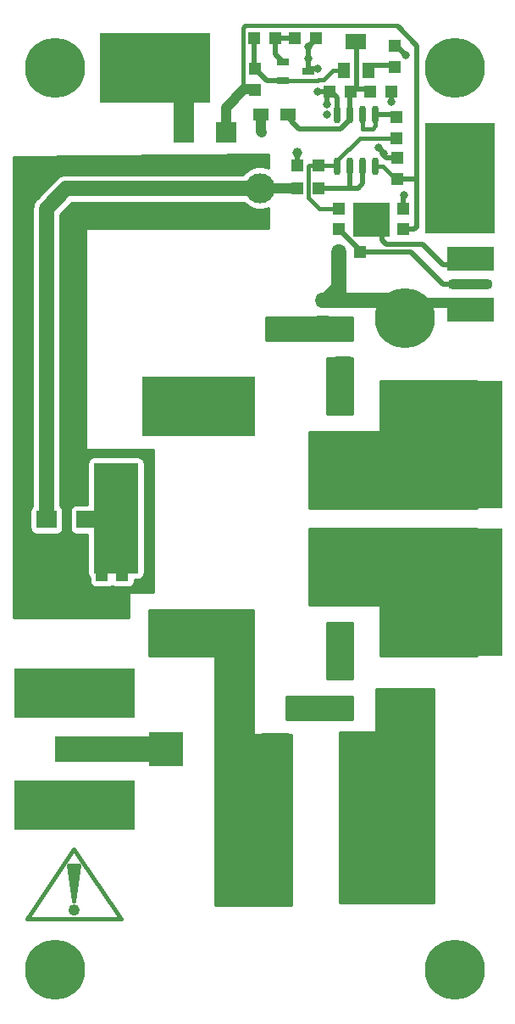
<source format=gbr>
%TF.GenerationSoftware,KiCad,Pcbnew,(5.1.4)-1*%
%TF.CreationDate,2019-12-09T14:58:40+08:00*%
%TF.ProjectId,RF_input,52465f69-6e70-4757-942e-6b696361645f,rev?*%
%TF.SameCoordinates,Original*%
%TF.FileFunction,Copper,L1,Top*%
%TF.FilePolarity,Positive*%
%FSLAX46Y46*%
G04 Gerber Fmt 4.6, Leading zero omitted, Abs format (unit mm)*
G04 Created by KiCad (PCBNEW (5.1.4)-1) date 2019-12-09 14:58:40*
%MOMM*%
%LPD*%
G04 APERTURE LIST*
%ADD10C,0.100000*%
%ADD11C,0.381000*%
%ADD12O,4.500000X1.100000*%
%ADD13R,5.500000X12.800000*%
%ADD14R,1.500000X1.300000*%
%ADD15R,1.200000X1.200000*%
%ADD16R,2.000000X1.700000*%
%ADD17R,2.000000X2.000000*%
%ADD18C,0.800000*%
%ADD19R,12.000000X5.000000*%
%ADD20R,8.000000X2.500000*%
%ADD21C,3.000000*%
%ADD22R,1.600000X2.000000*%
%ADD23R,7.000000X11.000000*%
%ADD24R,11.000000X7.000000*%
%ADD25R,2.700000X3.200000*%
%ADD26R,1.250000X0.700000*%
%ADD27O,0.700000X1.800000*%
%ADD28C,6.000000*%
%ADD29R,1.300000X1.600000*%
%ADD30R,2.000000X1.600000*%
%ADD31R,3.200000X2.700000*%
%ADD32R,3.500000X3.500000*%
%ADD33C,1.000000*%
%ADD34C,0.508000*%
%ADD35C,1.016000*%
%ADD36C,1.524000*%
%ADD37C,2.032000*%
%ADD38C,2.500000*%
%ADD39C,0.254000*%
%ADD40C,0.350000*%
G04 APERTURE END LIST*
D10*
G36*
X148844000Y-80264000D02*
G01*
X144272000Y-80264000D01*
X144272000Y-77978000D01*
X148844000Y-77978000D01*
X148844000Y-80264000D01*
G37*
X148844000Y-80264000D02*
X144272000Y-80264000D01*
X144272000Y-77978000D01*
X148844000Y-77978000D01*
X148844000Y-80264000D01*
G36*
X148844000Y-75184000D02*
G01*
X144272000Y-75184000D01*
X144272000Y-72898000D01*
X148844000Y-72898000D01*
X148844000Y-75184000D01*
G37*
X148844000Y-75184000D02*
X144272000Y-75184000D01*
X144272000Y-72898000D01*
X148844000Y-72898000D01*
X148844000Y-75184000D01*
G36*
X124968000Y-91694000D02*
G01*
X113792000Y-91694000D01*
X113792000Y-85852000D01*
X124968000Y-85852000D01*
X124968000Y-91694000D01*
G37*
X124968000Y-91694000D02*
X113792000Y-91694000D01*
X113792000Y-85852000D01*
X124968000Y-85852000D01*
X124968000Y-91694000D01*
G36*
X113284000Y-105410000D02*
G01*
X108966000Y-105410000D01*
X108966000Y-94488000D01*
X113284000Y-94488000D01*
X113284000Y-105410000D01*
G37*
X113284000Y-105410000D02*
X108966000Y-105410000D01*
X108966000Y-94488000D01*
X113284000Y-94488000D01*
X113284000Y-105410000D01*
G36*
X138430000Y-71755000D02*
G01*
X134874000Y-71755000D01*
X134874000Y-68453000D01*
X138430000Y-68453000D01*
X138430000Y-71755000D01*
G37*
X138430000Y-71755000D02*
X134874000Y-71755000D01*
X134874000Y-68453000D01*
X138430000Y-68453000D01*
X138430000Y-71755000D01*
D11*
X106426000Y-134620000D02*
X106934000Y-134620000D01*
X106934000Y-138176000D02*
X106426000Y-134620000D01*
X107442000Y-134620000D02*
X106934000Y-138176000D01*
X106934000Y-134620000D02*
X107442000Y-134620000D01*
X106934000Y-138049000D02*
X107061000Y-134620000D01*
X106934000Y-138176000D02*
X106807000Y-134620000D01*
X107293210Y-139065000D02*
G75*
G03X107293210Y-139065000I-359210J0D01*
G01*
X107061000Y-139065000D02*
G75*
G03X107061000Y-139065000I-127000J0D01*
G01*
X102235000Y-139954000D02*
X106934000Y-132969000D01*
X111633000Y-139954000D02*
X102235000Y-139954000D01*
X106934000Y-132969000D02*
X111633000Y-139954000D01*
D12*
X146558000Y-78486000D03*
X146558000Y-74676000D03*
X146558000Y-76581000D03*
D13*
X147066000Y-107366000D03*
X147066000Y-92634000D03*
D14*
X125650000Y-59690000D03*
X128350000Y-59690000D03*
D15*
X111760000Y-107730000D03*
X111760000Y-105630000D03*
D16*
X108172000Y-100076000D03*
X104172000Y-100076000D03*
D17*
X122100000Y-61468000D03*
X117900000Y-61468000D03*
D18*
X107920000Y-130366000D03*
X109920000Y-130366000D03*
X111920000Y-128588000D03*
X109920000Y-128588000D03*
X105920000Y-126810000D03*
X107920000Y-128588000D03*
X101920000Y-130366000D03*
X111920000Y-130366000D03*
X101920000Y-126810000D03*
X103920000Y-126810000D03*
X109920000Y-126810000D03*
X101920000Y-128588000D03*
X103920000Y-128588000D03*
X107920000Y-126810000D03*
X105920000Y-130366000D03*
X103920000Y-130366000D03*
X111920000Y-126810000D03*
X105920000Y-128588000D03*
X103920000Y-117412000D03*
X105920000Y-117412000D03*
X109920000Y-117412000D03*
X111920000Y-117412000D03*
X101920000Y-117412000D03*
X107920000Y-117412000D03*
X103920000Y-119190000D03*
X105920000Y-119190000D03*
X109920000Y-119190000D03*
X111920000Y-119190000D03*
X101920000Y-119190000D03*
X107920000Y-119190000D03*
X111920000Y-115634000D03*
X109920000Y-115634000D03*
X107920000Y-115634000D03*
X105920000Y-115634000D03*
X103920000Y-115634000D03*
X101920000Y-115634000D03*
D19*
X107000000Y-128600000D03*
X107000000Y-117400000D03*
D20*
X109000000Y-123000000D03*
D21*
X125500000Y-67000000D03*
D22*
X133858000Y-119094000D03*
X133858000Y-115094000D03*
X133858000Y-80804000D03*
X133858000Y-84804000D03*
D23*
X145542000Y-66000000D03*
D24*
X115000000Y-55000000D03*
D15*
X109728000Y-105630000D03*
X109728000Y-107730000D03*
X129284000Y-67000000D03*
X131384000Y-67000000D03*
D25*
X133550000Y-88000000D03*
X141450000Y-88000000D03*
D26*
X130314000Y-55372000D03*
X127814000Y-56322000D03*
X127814000Y-54422000D03*
D27*
X137065000Y-64830000D03*
X135795000Y-64830000D03*
X134525000Y-64830000D03*
X133255000Y-64830000D03*
X133255000Y-59630000D03*
X134525000Y-59630000D03*
X135795000Y-59630000D03*
X137065000Y-59630000D03*
D18*
X107056810Y-53812500D03*
X107056810Y-56187500D03*
X105000000Y-57375000D03*
X102943190Y-56187500D03*
X102943190Y-53812500D03*
X105000000Y-52625000D03*
D28*
X105000000Y-55000000D03*
D18*
X107056810Y-143812500D03*
X107056810Y-146187500D03*
X105000000Y-147375000D03*
X102943190Y-146187500D03*
X102943190Y-143812500D03*
X105000000Y-142625000D03*
D28*
X105000000Y-145000000D03*
D29*
X133878000Y-55298000D03*
D30*
X135128000Y-52398000D03*
D29*
X136378000Y-55298000D03*
D25*
X133550000Y-112000000D03*
X141450000Y-112000000D03*
D31*
X139000000Y-103950000D03*
X139000000Y-96050000D03*
X134500000Y-103950000D03*
X134500000Y-96050000D03*
D25*
X134950000Y-136398000D03*
X127050000Y-136398000D03*
X134950000Y-132000000D03*
X127050000Y-132000000D03*
X134950000Y-127508000D03*
X127050000Y-127508000D03*
X134950000Y-123000000D03*
X127050000Y-123000000D03*
D32*
X122900000Y-123000000D03*
X116100000Y-123000000D03*
D15*
X135512000Y-69088000D03*
X133412000Y-69088000D03*
X139192000Y-62010000D03*
X139192000Y-59910000D03*
X135512000Y-73406000D03*
X133412000Y-73406000D03*
X135512000Y-71120000D03*
X133412000Y-71120000D03*
X139830000Y-71120000D03*
X137730000Y-71120000D03*
X131826000Y-78198000D03*
X131826000Y-80298000D03*
X136523000Y-57404000D03*
X138623000Y-57404000D03*
X138970000Y-54898000D03*
X138970000Y-52798000D03*
X129030000Y-52070000D03*
X131130000Y-52070000D03*
X124966000Y-52070000D03*
X127066000Y-52070000D03*
X125000000Y-55084000D03*
X125000000Y-57184000D03*
X131384000Y-64770000D03*
X129284000Y-64770000D03*
X137764000Y-69088000D03*
X139864000Y-69088000D03*
X139224000Y-66074000D03*
X139224000Y-63974000D03*
X134559000Y-57404000D03*
X132459000Y-57404000D03*
D18*
X147056810Y-143812500D03*
X147056810Y-146187500D03*
X145000000Y-147375000D03*
X142943190Y-146187500D03*
X142943190Y-143812500D03*
X145000000Y-142625000D03*
D28*
X145000000Y-145000000D03*
D18*
X147056810Y-53812500D03*
X147056810Y-56187500D03*
X145000000Y-57375000D03*
X142943190Y-56187500D03*
X142943190Y-53812500D03*
X145000000Y-52625000D03*
D28*
X145000000Y-55000000D03*
D18*
X142056810Y-118812500D03*
X142056810Y-121187500D03*
X140000000Y-122375000D03*
X137943190Y-121187500D03*
X137943190Y-118812500D03*
X140000000Y-117625000D03*
D28*
X140000000Y-120000000D03*
D18*
X142056810Y-78812500D03*
X142056810Y-81187500D03*
X140000000Y-82375000D03*
X137943190Y-81187500D03*
X137943190Y-78812500D03*
X140000000Y-77625000D03*
D28*
X140000000Y-80000000D03*
D18*
X132207000Y-59690000D03*
X148590000Y-70104000D03*
X148590000Y-68072000D03*
X148590000Y-66040000D03*
X148590000Y-61722000D03*
X148590000Y-64008000D03*
X147066000Y-70104000D03*
X147066000Y-68072000D03*
X147066000Y-66040000D03*
X147066000Y-61722000D03*
X147066000Y-64008000D03*
X145542000Y-61722000D03*
X145542000Y-70104000D03*
X145542000Y-68072000D03*
X145542000Y-66040000D03*
X145542000Y-64008000D03*
X144018000Y-61722000D03*
X144018000Y-70104000D03*
X144018000Y-68072000D03*
X144018000Y-66040000D03*
X144018000Y-64008000D03*
X142494000Y-61722000D03*
X142494000Y-70104000D03*
X142494000Y-66040000D03*
X132207000Y-58674000D03*
X138684000Y-58420000D03*
X139954000Y-67691000D03*
X137907971Y-63525945D03*
X142494000Y-64008000D03*
X142494000Y-68072000D03*
X131318000Y-55117970D03*
X131318000Y-57404000D03*
X130314000Y-54090000D03*
X130374750Y-52905184D03*
D33*
X125730000Y-61468000D03*
X129286000Y-63500000D03*
D18*
X137414000Y-62992000D03*
X140076963Y-53703902D03*
X122000000Y-69000000D03*
X128524000Y-118110000D03*
X129540000Y-118110000D03*
X128524000Y-119634000D03*
X129540000Y-118872000D03*
X129540000Y-119634000D03*
X128524000Y-118872000D03*
X127508000Y-81026000D03*
X126492000Y-81026000D03*
X127508000Y-81788000D03*
X126492000Y-81788000D03*
X127508000Y-80264000D03*
X126492000Y-80264000D03*
X111760000Y-109474000D03*
X132588000Y-118110000D03*
X131572000Y-118110000D03*
X130556000Y-118110000D03*
X130556000Y-80264000D03*
X129540000Y-80264000D03*
X128524000Y-80264000D03*
X130556000Y-81026000D03*
X129540000Y-81026000D03*
X128524000Y-81026000D03*
X129540000Y-81788000D03*
X128524000Y-81788000D03*
X130556000Y-81788000D03*
X132588000Y-119634000D03*
X131572000Y-119634000D03*
X130556000Y-119634000D03*
X131572000Y-118872000D03*
X132588000Y-118872000D03*
X130556000Y-118872000D03*
X121924000Y-88614000D03*
X123704000Y-90614000D03*
X123704000Y-88614000D03*
X121924000Y-90614000D03*
X121924000Y-86614000D03*
X123704000Y-86614000D03*
X141986000Y-123444000D03*
X141986000Y-125222000D03*
X141986000Y-132334000D03*
X141986000Y-134112000D03*
X141986000Y-128778000D03*
X141986000Y-127000000D03*
X141986000Y-135890000D03*
X141986000Y-130556000D03*
X141986000Y-137668000D03*
X139700000Y-123444000D03*
X139700000Y-125222000D03*
X139700000Y-132334000D03*
X139700000Y-134112000D03*
X139700000Y-128778000D03*
X139700000Y-127000000D03*
X139700000Y-135890000D03*
X139700000Y-130556000D03*
X139700000Y-137668000D03*
X114808000Y-86614000D03*
X109728000Y-109474000D03*
X116588000Y-86614000D03*
X118368000Y-86614000D03*
X120148000Y-86614000D03*
X114808000Y-88614000D03*
X116588000Y-88614000D03*
X118368000Y-88614000D03*
X120148000Y-88614000D03*
X114808000Y-90614000D03*
X116588000Y-90614000D03*
X118368000Y-90614000D03*
X120148000Y-90614000D03*
X137160000Y-123444000D03*
X137160000Y-125222000D03*
X137160000Y-127000000D03*
X137160000Y-128778000D03*
X137160000Y-130556000D03*
X137160000Y-132334000D03*
X137160000Y-134112000D03*
X137160000Y-135890000D03*
X137160000Y-137668000D03*
X123952000Y-69000000D03*
X120000000Y-69000000D03*
X117500000Y-69000000D03*
X115000000Y-69000000D03*
X112500000Y-69000000D03*
X110500000Y-69000000D03*
X108500000Y-69000000D03*
X106500000Y-69500000D03*
X106500000Y-72000000D03*
X106500000Y-74000000D03*
X106500000Y-76500000D03*
X106500000Y-79000000D03*
X106500000Y-82000000D03*
X106500000Y-84500000D03*
X106500000Y-88000000D03*
X106500000Y-91500000D03*
X106500000Y-94500000D03*
X106500000Y-97500000D03*
X124000000Y-65000000D03*
X122000000Y-65000000D03*
X120000000Y-65000000D03*
X117500000Y-65000000D03*
X115000000Y-65000000D03*
X112500000Y-65000000D03*
X110500000Y-65000000D03*
X108500000Y-65000000D03*
X106500000Y-65000000D03*
X104000000Y-66000000D03*
X102000000Y-69500000D03*
X102000000Y-72000000D03*
X102000000Y-74000000D03*
X102000000Y-76500000D03*
X102000000Y-79000000D03*
X102000000Y-82000000D03*
X102000000Y-84500000D03*
X102000000Y-88000000D03*
X102000000Y-91500000D03*
X102000000Y-94500000D03*
X102000000Y-97500000D03*
X102000000Y-67500000D03*
X101500000Y-100000000D03*
X101500000Y-103000000D03*
X103500000Y-103000000D03*
X105500000Y-103000000D03*
X107500000Y-103000000D03*
X107500000Y-105500000D03*
X107500000Y-108000000D03*
X107500000Y-109500000D03*
X108500000Y-93500000D03*
X110500000Y-93500000D03*
X112500000Y-93500000D03*
X114500000Y-93500000D03*
X114500000Y-95500000D03*
X114500000Y-97500000D03*
X114500000Y-100000000D03*
X114500000Y-102500000D03*
X114500000Y-105000000D03*
X113284000Y-106934000D03*
D34*
X130314000Y-52886000D02*
X131130000Y-52070000D01*
X133255000Y-57946000D02*
X132459000Y-57150000D01*
X133255000Y-59630000D02*
X133255000Y-57946000D01*
X146558000Y-78486000D02*
X148590000Y-78486000D01*
X132207000Y-57656000D02*
X132459000Y-57404000D01*
X138623000Y-57404000D02*
X138623000Y-58359000D01*
X138623000Y-58359000D02*
X138684000Y-58420000D01*
X139864000Y-69088000D02*
X139864000Y-67781000D01*
X139864000Y-67781000D02*
X139954000Y-67691000D01*
X138116000Y-63974000D02*
X137907971Y-63765971D01*
X137907971Y-63765971D02*
X137907971Y-63525945D01*
X139224000Y-63974000D02*
X138116000Y-63974000D01*
X132207000Y-58674000D02*
X132207000Y-58293000D01*
X132207000Y-58293000D02*
X132207000Y-57656000D01*
D35*
X133412000Y-76612000D02*
X131826000Y-78198000D01*
X133412000Y-73406000D02*
X133412000Y-76612000D01*
D36*
X138198000Y-78198000D02*
X140000000Y-80000000D01*
X133412000Y-78040000D02*
X133570000Y-78198000D01*
X133412000Y-73406000D02*
X133412000Y-78040000D01*
X131826000Y-78198000D02*
X133570000Y-78198000D01*
X133570000Y-78198000D02*
X138198000Y-78198000D01*
D35*
X141514000Y-78486000D02*
X140000000Y-80000000D01*
X146558000Y-78486000D02*
X141514000Y-78486000D01*
D34*
X130752315Y-55117970D02*
X131318000Y-55117970D01*
X130314000Y-55372000D02*
X130568030Y-55117970D01*
X130568030Y-55117970D02*
X130752315Y-55117970D01*
X132459000Y-57404000D02*
X131318000Y-57404000D01*
X130314000Y-55372000D02*
X130314000Y-54090000D01*
X130314000Y-54090000D02*
X130314000Y-52886000D01*
X131130000Y-52070000D02*
X131130000Y-52149934D01*
X131130000Y-52149934D02*
X130374750Y-52905184D01*
D35*
X125650000Y-59690000D02*
X125650000Y-61388000D01*
X125650000Y-61388000D02*
X125730000Y-61468000D01*
D34*
X129284000Y-64770000D02*
X129284000Y-63502000D01*
X129284000Y-63502000D02*
X129286000Y-63500000D01*
X137907971Y-63525945D02*
X137907971Y-63485971D01*
X137907971Y-63485971D02*
X137414000Y-62992000D01*
X138970000Y-52798000D02*
X139171061Y-52798000D01*
X139171061Y-52798000D02*
X140076963Y-53703902D01*
D35*
X122100000Y-58984000D02*
X123934000Y-57150000D01*
X122100000Y-61000000D02*
X122100000Y-58984000D01*
X124966000Y-57150000D02*
X125000000Y-57184000D01*
X123934000Y-57150000D02*
X124966000Y-57150000D01*
D34*
X140938000Y-71120000D02*
X141189012Y-70868988D01*
X139830000Y-71120000D02*
X140938000Y-71120000D01*
X141120024Y-66074000D02*
X141189012Y-66005012D01*
X139224000Y-66074000D02*
X141120024Y-66074000D01*
X141189012Y-70868988D02*
X141189012Y-66005012D01*
D11*
X139040000Y-66074000D02*
X139224000Y-66074000D01*
X137065000Y-64830000D02*
X137796000Y-64830000D01*
X137796000Y-64830000D02*
X139040000Y-66074000D01*
X139222212Y-50821510D02*
X141189012Y-52788310D01*
X123794499Y-51012799D02*
X123985788Y-50821510D01*
X123794499Y-57010499D02*
X123794499Y-51012799D01*
X123985788Y-50821510D02*
X139222212Y-50821510D01*
X123934000Y-57150000D02*
X123794499Y-57010499D01*
D34*
X141189012Y-52788310D02*
X139285712Y-50885010D01*
D11*
X141189012Y-66767012D02*
X141189012Y-70868988D01*
D34*
X141189012Y-66767012D02*
X141189012Y-52788310D01*
X109680000Y-100076000D02*
X109728000Y-100124000D01*
X108172000Y-100076000D02*
X109680000Y-100076000D01*
X111760000Y-104522000D02*
X111506000Y-104268000D01*
X111760000Y-105630000D02*
X111760000Y-104522000D01*
X109854000Y-104268000D02*
X109728000Y-104394000D01*
X111506000Y-104268000D02*
X109854000Y-104268000D01*
X109728000Y-100124000D02*
X109728000Y-104394000D01*
X109728000Y-104394000D02*
X109728000Y-105630000D01*
D35*
X129284000Y-67000000D02*
X125500000Y-67000000D01*
D36*
X104172000Y-100076000D02*
X104172000Y-69056000D01*
X106172000Y-67056000D02*
X125476000Y-67056000D01*
X104172000Y-69056000D02*
X106172000Y-67056000D01*
D34*
X111760000Y-107730000D02*
X111760000Y-109474000D01*
D35*
X109728000Y-107730000D02*
X109728000Y-109474000D01*
D34*
X135512000Y-73220000D02*
X133412000Y-71120000D01*
X135512000Y-73406000D02*
X135512000Y-73220000D01*
X136620000Y-73406000D02*
X135512000Y-73406000D01*
X140625000Y-73406000D02*
X136620000Y-73406000D01*
X143800000Y-76581000D02*
X140625000Y-73406000D01*
X146558000Y-76581000D02*
X143800000Y-76581000D01*
X138145989Y-72643989D02*
X137730000Y-72228000D01*
X137730000Y-72228000D02*
X137730000Y-71120000D01*
X143800000Y-74676000D02*
X141767989Y-72643989D01*
X141767989Y-72643989D02*
X138145989Y-72643989D01*
X146558000Y-74676000D02*
X143800000Y-74676000D01*
D11*
X135512000Y-69088000D02*
X135512000Y-71120000D01*
X135512000Y-71120000D02*
X137730000Y-71120000D01*
X137730000Y-69122000D02*
X137764000Y-69088000D01*
X137730000Y-71120000D02*
X137730000Y-69122000D01*
D34*
X127066000Y-53674000D02*
X127814000Y-54422000D01*
X127066000Y-52070000D02*
X127066000Y-53674000D01*
X129030000Y-52070000D02*
X127066000Y-52070000D01*
D37*
X122900000Y-119218000D02*
X122936000Y-119182000D01*
X122900000Y-123000000D02*
X122900000Y-119218000D01*
D34*
X126238000Y-56322000D02*
X125000000Y-55084000D01*
X127814000Y-56322000D02*
X126238000Y-56322000D01*
X124966000Y-55050000D02*
X125000000Y-55084000D01*
X124966000Y-52070000D02*
X124966000Y-55050000D01*
D11*
X127814000Y-56322000D02*
X131312298Y-56322000D01*
X131401799Y-56232499D02*
X131912501Y-56232499D01*
X131312298Y-56322000D02*
X131401799Y-56232499D01*
X131912501Y-56232499D02*
X132847000Y-55298000D01*
X132847000Y-55298000D02*
X133878000Y-55298000D01*
D34*
X136523000Y-57150000D02*
X134559000Y-57150000D01*
X135160000Y-57118000D02*
X135128000Y-57150000D01*
X135160000Y-51890000D02*
X135160000Y-57118000D01*
X134525000Y-57184000D02*
X134559000Y-57150000D01*
X134525000Y-59630000D02*
X134525000Y-57184000D01*
X128947999Y-60589999D02*
X128048000Y-59690000D01*
X129456001Y-61098001D02*
X128947999Y-60589999D01*
X133606999Y-61098001D02*
X129456001Y-61098001D01*
X134525000Y-60180000D02*
X133606999Y-61098001D01*
X134525000Y-59630000D02*
X134525000Y-60180000D01*
D11*
X133195000Y-64770000D02*
X133255000Y-64830000D01*
X131384000Y-64770000D02*
X133195000Y-64770000D01*
X130403000Y-64770000D02*
X131384000Y-64770000D01*
X130339499Y-64833501D02*
X130403000Y-64770000D01*
X130339499Y-67955601D02*
X130339499Y-64833501D01*
X131471898Y-69088000D02*
X130339499Y-67955601D01*
X133412000Y-69088000D02*
X131471898Y-69088000D01*
X133255000Y-64280000D02*
X133255000Y-64830000D01*
X135525000Y-62010000D02*
X133255000Y-64280000D01*
X139192000Y-62010000D02*
X135525000Y-62010000D01*
D34*
X138912000Y-59630000D02*
X139192000Y-59910000D01*
X137065000Y-59630000D02*
X138912000Y-59630000D01*
D11*
X135795000Y-59630000D02*
X135795000Y-61119000D01*
X135795000Y-61119000D02*
X136747000Y-61119000D01*
X137065000Y-60801000D02*
X137065000Y-59630000D01*
X136747000Y-61119000D02*
X137065000Y-60801000D01*
D34*
X134525000Y-66897000D02*
X134422000Y-67000000D01*
X134525000Y-64830000D02*
X134525000Y-66897000D01*
X131384000Y-67000000D02*
X134422000Y-67000000D01*
X135795000Y-66516000D02*
X135795000Y-64830000D01*
X134422000Y-67000000D02*
X135311000Y-67000000D01*
X135311000Y-67000000D02*
X135795000Y-66516000D01*
X138862000Y-54790000D02*
X138970000Y-54898000D01*
X136410000Y-54790000D02*
X138862000Y-54790000D01*
D38*
X109000000Y-123000000D02*
X116100000Y-123000000D01*
D37*
X117900000Y-57900000D02*
X115000000Y-55000000D01*
X117900000Y-61000000D02*
X117900000Y-57900000D01*
D39*
G36*
X128651000Y-138557000D02*
G01*
X121031000Y-138557000D01*
X121031000Y-121539000D01*
X128651000Y-121539000D01*
X128651000Y-138557000D01*
X128651000Y-138557000D01*
G37*
X128651000Y-138557000D02*
X121031000Y-138557000D01*
X121031000Y-121539000D01*
X128651000Y-121539000D01*
X128651000Y-138557000D01*
G36*
X124840982Y-122047000D02*
G01*
X121031093Y-122047000D01*
X121037101Y-113792092D01*
X121034679Y-113767314D01*
X121027469Y-113743485D01*
X121015749Y-113721519D01*
X120999969Y-113702263D01*
X120980735Y-113686455D01*
X120958787Y-113674703D01*
X120934968Y-113667458D01*
X120910101Y-113665000D01*
X114424078Y-113665000D01*
X114428697Y-109093000D01*
X124839193Y-109093000D01*
X124840982Y-122047000D01*
X124840982Y-122047000D01*
G37*
X124840982Y-122047000D02*
X121031093Y-122047000D01*
X121037101Y-113792092D01*
X121034679Y-113767314D01*
X121027469Y-113743485D01*
X121015749Y-113721519D01*
X120999969Y-113702263D01*
X120980735Y-113686455D01*
X120958787Y-113674703D01*
X120934968Y-113667458D01*
X120910101Y-113665000D01*
X114424078Y-113665000D01*
X114428697Y-109093000D01*
X124839193Y-109093000D01*
X124840982Y-122047000D01*
G36*
X142873000Y-138303000D02*
G01*
X133477000Y-138303000D01*
X133477000Y-121285000D01*
X142873000Y-121285000D01*
X142873000Y-138303000D01*
X142873000Y-138303000D01*
G37*
X142873000Y-138303000D02*
X133477000Y-138303000D01*
X133477000Y-121285000D01*
X142873000Y-121285000D01*
X142873000Y-138303000D01*
G36*
X147193000Y-98933000D02*
G01*
X130429000Y-98932999D01*
X130429000Y-91313000D01*
X137414000Y-91313000D01*
X137438776Y-91310560D01*
X137462601Y-91303333D01*
X137484557Y-91291597D01*
X137503803Y-91275803D01*
X137519597Y-91256557D01*
X137531333Y-91234601D01*
X137538560Y-91210776D01*
X137541000Y-91186000D01*
X137541000Y-86233000D01*
X147193000Y-86233000D01*
X147193000Y-98933000D01*
X147193000Y-98933000D01*
G37*
X147193000Y-98933000D02*
X130429000Y-98932999D01*
X130429000Y-91313000D01*
X137414000Y-91313000D01*
X137438776Y-91310560D01*
X137462601Y-91303333D01*
X137484557Y-91291597D01*
X137503803Y-91275803D01*
X137519597Y-91256557D01*
X137531333Y-91234601D01*
X137538560Y-91210776D01*
X137541000Y-91186000D01*
X137541000Y-86233000D01*
X147193000Y-86233000D01*
X147193000Y-98933000D01*
G36*
X147193000Y-113665000D02*
G01*
X137541000Y-113665000D01*
X137541000Y-108712000D01*
X137538560Y-108687224D01*
X137531333Y-108663399D01*
X137519597Y-108641443D01*
X137503803Y-108622197D01*
X137484557Y-108606403D01*
X137462601Y-108594667D01*
X137438776Y-108587440D01*
X137414000Y-108585000D01*
X130429000Y-108585000D01*
X130429000Y-100965000D01*
X147193000Y-100965000D01*
X147193000Y-113665000D01*
X147193000Y-113665000D01*
G37*
X147193000Y-113665000D02*
X137541000Y-113665000D01*
X137541000Y-108712000D01*
X137538560Y-108687224D01*
X137531333Y-108663399D01*
X137519597Y-108641443D01*
X137503803Y-108622197D01*
X137484557Y-108606403D01*
X137462601Y-108594667D01*
X137438776Y-108587440D01*
X137414000Y-108585000D01*
X130429000Y-108585000D01*
X130429000Y-100965000D01*
X147193000Y-100965000D01*
X147193000Y-113665000D01*
G36*
X134747000Y-115951000D02*
G01*
X132207000Y-115951000D01*
X132207000Y-110363000D01*
X134747000Y-110363000D01*
X134747000Y-115951000D01*
X134747000Y-115951000D01*
G37*
X134747000Y-115951000D02*
X132207000Y-115951000D01*
X132207000Y-110363000D01*
X134747000Y-110363000D01*
X134747000Y-115951000D01*
G36*
X134747000Y-89535000D02*
G01*
X132207000Y-89535000D01*
X132207000Y-83947000D01*
X134747000Y-83947000D01*
X134747000Y-89535000D01*
X134747000Y-89535000D01*
G37*
X134747000Y-89535000D02*
X132207000Y-89535000D01*
X132207000Y-83947000D01*
X134747000Y-83947000D01*
X134747000Y-89535000D01*
G36*
X134493000Y-120015000D02*
G01*
X130175000Y-120015000D01*
X130175000Y-117729000D01*
X134493000Y-117729000D01*
X134493000Y-120015000D01*
X134493000Y-120015000D01*
G37*
X134493000Y-120015000D02*
X130175000Y-120015000D01*
X130175000Y-117729000D01*
X134493000Y-117729000D01*
X134493000Y-120015000D01*
G36*
X134747000Y-82169000D02*
G01*
X126111000Y-82169000D01*
X126111000Y-79883000D01*
X134747000Y-79883000D01*
X134747000Y-82169000D01*
X134747000Y-82169000D01*
G37*
X134747000Y-82169000D02*
X126111000Y-82169000D01*
X126111000Y-79883000D01*
X134747000Y-79883000D01*
X134747000Y-82169000D01*
G36*
X134747000Y-120015000D02*
G01*
X128143000Y-120015000D01*
X128143000Y-117729000D01*
X134747000Y-117729000D01*
X134747000Y-120015000D01*
X134747000Y-120015000D01*
G37*
X134747000Y-120015000D02*
X128143000Y-120015000D01*
X128143000Y-117729000D01*
X134747000Y-117729000D01*
X134747000Y-120015000D01*
G36*
X126365000Y-65047388D02*
G01*
X126122756Y-64947047D01*
X125710279Y-64865000D01*
X125289721Y-64865000D01*
X124877244Y-64947047D01*
X124488698Y-65107988D01*
X124139017Y-65341637D01*
X123841637Y-65639017D01*
X123828285Y-65659000D01*
X106240624Y-65659000D01*
X106171999Y-65652241D01*
X105898140Y-65679214D01*
X105634805Y-65759096D01*
X105392113Y-65888817D01*
X105179392Y-66063392D01*
X105135645Y-66116698D01*
X103232704Y-68019641D01*
X103179393Y-68063392D01*
X103004818Y-68276113D01*
X102921075Y-68432786D01*
X102875097Y-68518805D01*
X102795214Y-68782141D01*
X102768241Y-69056000D01*
X102775001Y-69124635D01*
X102775000Y-98730347D01*
X102720815Y-98774815D01*
X102641463Y-98871506D01*
X102582498Y-98981820D01*
X102546188Y-99101518D01*
X102533928Y-99226000D01*
X102533928Y-100926000D01*
X102546188Y-101050482D01*
X102582498Y-101170180D01*
X102641463Y-101280494D01*
X102720815Y-101377185D01*
X102817506Y-101456537D01*
X102927820Y-101515502D01*
X103047518Y-101551812D01*
X103172000Y-101564072D01*
X105172000Y-101564072D01*
X105296482Y-101551812D01*
X105416180Y-101515502D01*
X105526494Y-101456537D01*
X105623185Y-101377185D01*
X105702537Y-101280494D01*
X105761502Y-101170180D01*
X105797812Y-101050482D01*
X105810072Y-100926000D01*
X105810072Y-99226000D01*
X106533928Y-99226000D01*
X106533928Y-100926000D01*
X106546188Y-101050482D01*
X106582498Y-101170180D01*
X106641463Y-101280494D01*
X106720815Y-101377185D01*
X106817506Y-101456537D01*
X106927820Y-101515502D01*
X107047518Y-101551812D01*
X107172000Y-101564072D01*
X108281000Y-101564072D01*
X108281000Y-105410000D01*
X108287290Y-105474145D01*
X108293133Y-105538356D01*
X108293812Y-105540662D01*
X108294046Y-105543051D01*
X108312666Y-105604723D01*
X108330879Y-105666606D01*
X108331992Y-105668736D01*
X108332686Y-105671033D01*
X108362916Y-105727886D01*
X108392816Y-105785081D01*
X108394323Y-105786955D01*
X108395449Y-105789073D01*
X108436157Y-105838986D01*
X108476586Y-105889269D01*
X108478427Y-105890813D01*
X108479944Y-105892674D01*
X108489928Y-105900934D01*
X108489928Y-106230000D01*
X108502188Y-106354482D01*
X108538498Y-106474180D01*
X108597463Y-106584494D01*
X108676815Y-106681185D01*
X108773506Y-106760537D01*
X108883820Y-106819502D01*
X109003518Y-106855812D01*
X109128000Y-106868072D01*
X110328000Y-106868072D01*
X110452482Y-106855812D01*
X110572180Y-106819502D01*
X110682494Y-106760537D01*
X110744000Y-106710060D01*
X110805506Y-106760537D01*
X110915820Y-106819502D01*
X111035518Y-106855812D01*
X111160000Y-106868072D01*
X112360000Y-106868072D01*
X112484482Y-106855812D01*
X112604180Y-106819502D01*
X112714494Y-106760537D01*
X112811185Y-106681185D01*
X112890537Y-106584494D01*
X112949502Y-106474180D01*
X112985812Y-106354482D01*
X112998072Y-106230000D01*
X112998072Y-106095000D01*
X113284000Y-106095000D01*
X113348145Y-106088710D01*
X113412356Y-106082867D01*
X113414662Y-106082188D01*
X113417051Y-106081954D01*
X113478723Y-106063334D01*
X113540606Y-106045121D01*
X113542736Y-106044008D01*
X113545033Y-106043314D01*
X113601886Y-106013084D01*
X113659081Y-105983184D01*
X113660955Y-105981677D01*
X113663073Y-105980551D01*
X113712986Y-105939843D01*
X113763269Y-105899414D01*
X113764813Y-105897573D01*
X113766674Y-105896056D01*
X113807766Y-105846384D01*
X113849203Y-105797002D01*
X113850360Y-105794898D01*
X113851891Y-105793047D01*
X113882541Y-105736361D01*
X113913608Y-105679850D01*
X113914335Y-105677558D01*
X113915476Y-105675448D01*
X113934524Y-105613916D01*
X113954031Y-105552420D01*
X113954299Y-105550032D01*
X113955009Y-105547738D01*
X113961746Y-105483634D01*
X113968933Y-105419564D01*
X113968965Y-105414950D01*
X113968983Y-105414782D01*
X113968968Y-105414614D01*
X113969000Y-105410000D01*
X113969000Y-94488000D01*
X113962710Y-94423855D01*
X113956867Y-94359644D01*
X113956188Y-94357338D01*
X113955954Y-94354949D01*
X113937334Y-94293277D01*
X113919121Y-94231394D01*
X113918008Y-94229264D01*
X113917314Y-94226967D01*
X113887084Y-94170114D01*
X113857184Y-94112919D01*
X113855677Y-94111045D01*
X113854551Y-94108927D01*
X113813843Y-94059014D01*
X113773414Y-94008731D01*
X113771573Y-94007187D01*
X113770056Y-94005326D01*
X113720384Y-93964234D01*
X113671002Y-93922797D01*
X113668898Y-93921640D01*
X113667047Y-93920109D01*
X113610361Y-93889459D01*
X113553850Y-93858392D01*
X113551558Y-93857665D01*
X113549448Y-93856524D01*
X113487916Y-93837476D01*
X113426420Y-93817969D01*
X113424032Y-93817701D01*
X113421738Y-93816991D01*
X113357634Y-93810254D01*
X113293564Y-93803067D01*
X113288950Y-93803035D01*
X113288782Y-93803017D01*
X113288614Y-93803032D01*
X113284000Y-93803000D01*
X108966000Y-93803000D01*
X108901855Y-93809290D01*
X108837644Y-93815133D01*
X108835338Y-93815812D01*
X108832949Y-93816046D01*
X108771277Y-93834666D01*
X108709394Y-93852879D01*
X108707264Y-93853992D01*
X108704967Y-93854686D01*
X108648114Y-93884916D01*
X108590919Y-93914816D01*
X108589045Y-93916323D01*
X108586927Y-93917449D01*
X108537014Y-93958157D01*
X108486731Y-93998586D01*
X108485187Y-94000427D01*
X108483326Y-94001944D01*
X108442234Y-94051616D01*
X108400797Y-94100998D01*
X108399640Y-94103102D01*
X108398109Y-94104953D01*
X108367459Y-94161639D01*
X108336392Y-94218150D01*
X108335665Y-94220442D01*
X108334524Y-94222552D01*
X108315476Y-94284084D01*
X108295969Y-94345580D01*
X108295701Y-94347968D01*
X108294991Y-94350262D01*
X108288254Y-94414366D01*
X108281067Y-94478436D01*
X108281035Y-94483050D01*
X108281017Y-94483218D01*
X108281032Y-94483386D01*
X108281000Y-94488000D01*
X108281000Y-98587928D01*
X107172000Y-98587928D01*
X107047518Y-98600188D01*
X106927820Y-98636498D01*
X106817506Y-98695463D01*
X106720815Y-98774815D01*
X106641463Y-98871506D01*
X106582498Y-98981820D01*
X106546188Y-99101518D01*
X106533928Y-99226000D01*
X105810072Y-99226000D01*
X105797812Y-99101518D01*
X105761502Y-98981820D01*
X105702537Y-98871506D01*
X105623185Y-98774815D01*
X105569000Y-98730347D01*
X105569000Y-69634655D01*
X106750657Y-68453000D01*
X123933654Y-68453000D01*
X124139017Y-68658363D01*
X124488698Y-68892012D01*
X124877244Y-69052953D01*
X125289721Y-69135000D01*
X125710279Y-69135000D01*
X126122756Y-69052953D01*
X126365000Y-68952612D01*
X126365000Y-70993000D01*
X108204000Y-70993000D01*
X108179224Y-70995440D01*
X108155399Y-71002667D01*
X108133443Y-71014403D01*
X108114197Y-71030197D01*
X108098403Y-71049443D01*
X108086667Y-71071399D01*
X108079440Y-71095224D01*
X108077000Y-71120000D01*
X108077000Y-93000000D01*
X108079440Y-93024776D01*
X108086667Y-93048601D01*
X108098403Y-93070557D01*
X108114197Y-93089803D01*
X108133443Y-93105597D01*
X108155399Y-93117333D01*
X108179224Y-93124560D01*
X108204000Y-93127000D01*
X114873000Y-93127000D01*
X114873000Y-107315000D01*
X112500000Y-107315000D01*
X112475224Y-107317440D01*
X112451399Y-107324667D01*
X112429443Y-107336403D01*
X112410197Y-107352197D01*
X112394403Y-107371443D01*
X112382667Y-107393399D01*
X112375440Y-107417224D01*
X112373000Y-107442000D01*
X112373000Y-109873000D01*
X100885000Y-109873000D01*
X100885000Y-63878055D01*
X126365000Y-63628251D01*
X126365000Y-65047388D01*
X126365000Y-65047388D01*
G37*
X126365000Y-65047388D02*
X126122756Y-64947047D01*
X125710279Y-64865000D01*
X125289721Y-64865000D01*
X124877244Y-64947047D01*
X124488698Y-65107988D01*
X124139017Y-65341637D01*
X123841637Y-65639017D01*
X123828285Y-65659000D01*
X106240624Y-65659000D01*
X106171999Y-65652241D01*
X105898140Y-65679214D01*
X105634805Y-65759096D01*
X105392113Y-65888817D01*
X105179392Y-66063392D01*
X105135645Y-66116698D01*
X103232704Y-68019641D01*
X103179393Y-68063392D01*
X103004818Y-68276113D01*
X102921075Y-68432786D01*
X102875097Y-68518805D01*
X102795214Y-68782141D01*
X102768241Y-69056000D01*
X102775001Y-69124635D01*
X102775000Y-98730347D01*
X102720815Y-98774815D01*
X102641463Y-98871506D01*
X102582498Y-98981820D01*
X102546188Y-99101518D01*
X102533928Y-99226000D01*
X102533928Y-100926000D01*
X102546188Y-101050482D01*
X102582498Y-101170180D01*
X102641463Y-101280494D01*
X102720815Y-101377185D01*
X102817506Y-101456537D01*
X102927820Y-101515502D01*
X103047518Y-101551812D01*
X103172000Y-101564072D01*
X105172000Y-101564072D01*
X105296482Y-101551812D01*
X105416180Y-101515502D01*
X105526494Y-101456537D01*
X105623185Y-101377185D01*
X105702537Y-101280494D01*
X105761502Y-101170180D01*
X105797812Y-101050482D01*
X105810072Y-100926000D01*
X105810072Y-99226000D01*
X106533928Y-99226000D01*
X106533928Y-100926000D01*
X106546188Y-101050482D01*
X106582498Y-101170180D01*
X106641463Y-101280494D01*
X106720815Y-101377185D01*
X106817506Y-101456537D01*
X106927820Y-101515502D01*
X107047518Y-101551812D01*
X107172000Y-101564072D01*
X108281000Y-101564072D01*
X108281000Y-105410000D01*
X108287290Y-105474145D01*
X108293133Y-105538356D01*
X108293812Y-105540662D01*
X108294046Y-105543051D01*
X108312666Y-105604723D01*
X108330879Y-105666606D01*
X108331992Y-105668736D01*
X108332686Y-105671033D01*
X108362916Y-105727886D01*
X108392816Y-105785081D01*
X108394323Y-105786955D01*
X108395449Y-105789073D01*
X108436157Y-105838986D01*
X108476586Y-105889269D01*
X108478427Y-105890813D01*
X108479944Y-105892674D01*
X108489928Y-105900934D01*
X108489928Y-106230000D01*
X108502188Y-106354482D01*
X108538498Y-106474180D01*
X108597463Y-106584494D01*
X108676815Y-106681185D01*
X108773506Y-106760537D01*
X108883820Y-106819502D01*
X109003518Y-106855812D01*
X109128000Y-106868072D01*
X110328000Y-106868072D01*
X110452482Y-106855812D01*
X110572180Y-106819502D01*
X110682494Y-106760537D01*
X110744000Y-106710060D01*
X110805506Y-106760537D01*
X110915820Y-106819502D01*
X111035518Y-106855812D01*
X111160000Y-106868072D01*
X112360000Y-106868072D01*
X112484482Y-106855812D01*
X112604180Y-106819502D01*
X112714494Y-106760537D01*
X112811185Y-106681185D01*
X112890537Y-106584494D01*
X112949502Y-106474180D01*
X112985812Y-106354482D01*
X112998072Y-106230000D01*
X112998072Y-106095000D01*
X113284000Y-106095000D01*
X113348145Y-106088710D01*
X113412356Y-106082867D01*
X113414662Y-106082188D01*
X113417051Y-106081954D01*
X113478723Y-106063334D01*
X113540606Y-106045121D01*
X113542736Y-106044008D01*
X113545033Y-106043314D01*
X113601886Y-106013084D01*
X113659081Y-105983184D01*
X113660955Y-105981677D01*
X113663073Y-105980551D01*
X113712986Y-105939843D01*
X113763269Y-105899414D01*
X113764813Y-105897573D01*
X113766674Y-105896056D01*
X113807766Y-105846384D01*
X113849203Y-105797002D01*
X113850360Y-105794898D01*
X113851891Y-105793047D01*
X113882541Y-105736361D01*
X113913608Y-105679850D01*
X113914335Y-105677558D01*
X113915476Y-105675448D01*
X113934524Y-105613916D01*
X113954031Y-105552420D01*
X113954299Y-105550032D01*
X113955009Y-105547738D01*
X113961746Y-105483634D01*
X113968933Y-105419564D01*
X113968965Y-105414950D01*
X113968983Y-105414782D01*
X113968968Y-105414614D01*
X113969000Y-105410000D01*
X113969000Y-94488000D01*
X113962710Y-94423855D01*
X113956867Y-94359644D01*
X113956188Y-94357338D01*
X113955954Y-94354949D01*
X113937334Y-94293277D01*
X113919121Y-94231394D01*
X113918008Y-94229264D01*
X113917314Y-94226967D01*
X113887084Y-94170114D01*
X113857184Y-94112919D01*
X113855677Y-94111045D01*
X113854551Y-94108927D01*
X113813843Y-94059014D01*
X113773414Y-94008731D01*
X113771573Y-94007187D01*
X113770056Y-94005326D01*
X113720384Y-93964234D01*
X113671002Y-93922797D01*
X113668898Y-93921640D01*
X113667047Y-93920109D01*
X113610361Y-93889459D01*
X113553850Y-93858392D01*
X113551558Y-93857665D01*
X113549448Y-93856524D01*
X113487916Y-93837476D01*
X113426420Y-93817969D01*
X113424032Y-93817701D01*
X113421738Y-93816991D01*
X113357634Y-93810254D01*
X113293564Y-93803067D01*
X113288950Y-93803035D01*
X113288782Y-93803017D01*
X113288614Y-93803032D01*
X113284000Y-93803000D01*
X108966000Y-93803000D01*
X108901855Y-93809290D01*
X108837644Y-93815133D01*
X108835338Y-93815812D01*
X108832949Y-93816046D01*
X108771277Y-93834666D01*
X108709394Y-93852879D01*
X108707264Y-93853992D01*
X108704967Y-93854686D01*
X108648114Y-93884916D01*
X108590919Y-93914816D01*
X108589045Y-93916323D01*
X108586927Y-93917449D01*
X108537014Y-93958157D01*
X108486731Y-93998586D01*
X108485187Y-94000427D01*
X108483326Y-94001944D01*
X108442234Y-94051616D01*
X108400797Y-94100998D01*
X108399640Y-94103102D01*
X108398109Y-94104953D01*
X108367459Y-94161639D01*
X108336392Y-94218150D01*
X108335665Y-94220442D01*
X108334524Y-94222552D01*
X108315476Y-94284084D01*
X108295969Y-94345580D01*
X108295701Y-94347968D01*
X108294991Y-94350262D01*
X108288254Y-94414366D01*
X108281067Y-94478436D01*
X108281035Y-94483050D01*
X108281017Y-94483218D01*
X108281032Y-94483386D01*
X108281000Y-94488000D01*
X108281000Y-98587928D01*
X107172000Y-98587928D01*
X107047518Y-98600188D01*
X106927820Y-98636498D01*
X106817506Y-98695463D01*
X106720815Y-98774815D01*
X106641463Y-98871506D01*
X106582498Y-98981820D01*
X106546188Y-99101518D01*
X106533928Y-99226000D01*
X105810072Y-99226000D01*
X105797812Y-99101518D01*
X105761502Y-98981820D01*
X105702537Y-98871506D01*
X105623185Y-98774815D01*
X105569000Y-98730347D01*
X105569000Y-69634655D01*
X106750657Y-68453000D01*
X123933654Y-68453000D01*
X124139017Y-68658363D01*
X124488698Y-68892012D01*
X124877244Y-69052953D01*
X125289721Y-69135000D01*
X125710279Y-69135000D01*
X126122756Y-69052953D01*
X126365000Y-68952612D01*
X126365000Y-70993000D01*
X108204000Y-70993000D01*
X108179224Y-70995440D01*
X108155399Y-71002667D01*
X108133443Y-71014403D01*
X108114197Y-71030197D01*
X108098403Y-71049443D01*
X108086667Y-71071399D01*
X108079440Y-71095224D01*
X108077000Y-71120000D01*
X108077000Y-93000000D01*
X108079440Y-93024776D01*
X108086667Y-93048601D01*
X108098403Y-93070557D01*
X108114197Y-93089803D01*
X108133443Y-93105597D01*
X108155399Y-93117333D01*
X108179224Y-93124560D01*
X108204000Y-93127000D01*
X114873000Y-93127000D01*
X114873000Y-107315000D01*
X112500000Y-107315000D01*
X112475224Y-107317440D01*
X112451399Y-107324667D01*
X112429443Y-107336403D01*
X112410197Y-107352197D01*
X112394403Y-107371443D01*
X112382667Y-107393399D01*
X112375440Y-107417224D01*
X112373000Y-107442000D01*
X112373000Y-109873000D01*
X100885000Y-109873000D01*
X100885000Y-63878055D01*
X126365000Y-63628251D01*
X126365000Y-65047388D01*
G36*
X142873000Y-121373000D02*
G01*
X137127000Y-121373000D01*
X137127000Y-116967000D01*
X142873000Y-116967000D01*
X142873000Y-121373000D01*
X142873000Y-121373000D01*
G37*
X142873000Y-121373000D02*
X137127000Y-121373000D01*
X137127000Y-116967000D01*
X142873000Y-116967000D01*
X142873000Y-121373000D01*
D40*
X132207000Y-59690000D03*
X148590000Y-70104000D03*
X148590000Y-68072000D03*
X148590000Y-66040000D03*
X148590000Y-61722000D03*
X148590000Y-64008000D03*
X147066000Y-70104000D03*
X147066000Y-68072000D03*
X147066000Y-66040000D03*
X147066000Y-61722000D03*
X147066000Y-64008000D03*
X145542000Y-61722000D03*
X145542000Y-70104000D03*
X145542000Y-68072000D03*
X145542000Y-66040000D03*
X145542000Y-64008000D03*
X144018000Y-61722000D03*
X144018000Y-70104000D03*
X144018000Y-68072000D03*
X144018000Y-66040000D03*
X144018000Y-64008000D03*
X142494000Y-61722000D03*
X142494000Y-70104000D03*
X142494000Y-66040000D03*
X132207000Y-58674000D03*
X138684000Y-58420000D03*
X139954000Y-67691000D03*
X137907971Y-63525945D03*
X142494000Y-64008000D03*
X142494000Y-68072000D03*
X131318000Y-55117970D03*
X131318000Y-57404000D03*
X130314000Y-54090000D03*
X130374750Y-52905184D03*
X125730000Y-61468000D03*
X129286000Y-63500000D03*
X137414000Y-62992000D03*
X140076963Y-53703902D03*
X122000000Y-69000000D03*
X128524000Y-118110000D03*
X129540000Y-118110000D03*
X128524000Y-119634000D03*
X129540000Y-118872000D03*
X129540000Y-119634000D03*
X128524000Y-118872000D03*
X127508000Y-81026000D03*
X126492000Y-81026000D03*
X127508000Y-81788000D03*
X126492000Y-81788000D03*
X127508000Y-80264000D03*
X126492000Y-80264000D03*
X111760000Y-109474000D03*
X132588000Y-118110000D03*
X131572000Y-118110000D03*
X130556000Y-118110000D03*
X130556000Y-80264000D03*
X129540000Y-80264000D03*
X128524000Y-80264000D03*
X130556000Y-81026000D03*
X129540000Y-81026000D03*
X128524000Y-81026000D03*
X129540000Y-81788000D03*
X128524000Y-81788000D03*
X130556000Y-81788000D03*
X132588000Y-119634000D03*
X131572000Y-119634000D03*
X130556000Y-119634000D03*
X131572000Y-118872000D03*
X132588000Y-118872000D03*
X130556000Y-118872000D03*
X121924000Y-88614000D03*
X123704000Y-90614000D03*
X123704000Y-88614000D03*
X121924000Y-90614000D03*
X121924000Y-86614000D03*
X123704000Y-86614000D03*
X141986000Y-123444000D03*
X141986000Y-125222000D03*
X141986000Y-132334000D03*
X141986000Y-134112000D03*
X141986000Y-128778000D03*
X141986000Y-127000000D03*
X141986000Y-135890000D03*
X141986000Y-130556000D03*
X141986000Y-137668000D03*
X139700000Y-123444000D03*
X139700000Y-125222000D03*
X139700000Y-132334000D03*
X139700000Y-134112000D03*
X139700000Y-128778000D03*
X139700000Y-127000000D03*
X139700000Y-135890000D03*
X139700000Y-130556000D03*
X139700000Y-137668000D03*
X114808000Y-86614000D03*
X109728000Y-109474000D03*
X116588000Y-86614000D03*
X118368000Y-86614000D03*
X120148000Y-86614000D03*
X114808000Y-88614000D03*
X116588000Y-88614000D03*
X118368000Y-88614000D03*
X120148000Y-88614000D03*
X114808000Y-90614000D03*
X116588000Y-90614000D03*
X118368000Y-90614000D03*
X120148000Y-90614000D03*
X137160000Y-123444000D03*
X137160000Y-125222000D03*
X137160000Y-127000000D03*
X137160000Y-128778000D03*
X137160000Y-130556000D03*
X137160000Y-132334000D03*
X137160000Y-134112000D03*
X137160000Y-135890000D03*
X137160000Y-137668000D03*
X123952000Y-69000000D03*
X120000000Y-69000000D03*
X117500000Y-69000000D03*
X115000000Y-69000000D03*
X112500000Y-69000000D03*
X110500000Y-69000000D03*
X108500000Y-69000000D03*
X106500000Y-69500000D03*
X106500000Y-72000000D03*
X106500000Y-74000000D03*
X106500000Y-76500000D03*
X106500000Y-79000000D03*
X106500000Y-82000000D03*
X106500000Y-84500000D03*
X106500000Y-88000000D03*
X106500000Y-91500000D03*
X106500000Y-94500000D03*
X106500000Y-97500000D03*
X124000000Y-65000000D03*
X122000000Y-65000000D03*
X120000000Y-65000000D03*
X117500000Y-65000000D03*
X115000000Y-65000000D03*
X112500000Y-65000000D03*
X110500000Y-65000000D03*
X108500000Y-65000000D03*
X106500000Y-65000000D03*
X104000000Y-66000000D03*
X102000000Y-69500000D03*
X102000000Y-72000000D03*
X102000000Y-74000000D03*
X102000000Y-76500000D03*
X102000000Y-79000000D03*
X102000000Y-82000000D03*
X102000000Y-84500000D03*
X102000000Y-88000000D03*
X102000000Y-91500000D03*
X102000000Y-94500000D03*
X102000000Y-97500000D03*
X102000000Y-67500000D03*
X101500000Y-100000000D03*
X101500000Y-103000000D03*
X103500000Y-103000000D03*
X105500000Y-103000000D03*
X107500000Y-103000000D03*
X107500000Y-105500000D03*
X107500000Y-108000000D03*
X107500000Y-109500000D03*
X108500000Y-93500000D03*
X110500000Y-93500000D03*
X112500000Y-93500000D03*
X114500000Y-93500000D03*
X114500000Y-95500000D03*
X114500000Y-97500000D03*
X114500000Y-100000000D03*
X114500000Y-102500000D03*
X114500000Y-105000000D03*
X113284000Y-106934000D03*
X107920000Y-130366000D03*
X109920000Y-130366000D03*
X111920000Y-128588000D03*
X109920000Y-128588000D03*
X105920000Y-126810000D03*
X107920000Y-128588000D03*
X101920000Y-130366000D03*
X111920000Y-130366000D03*
X101920000Y-126810000D03*
X103920000Y-126810000D03*
X109920000Y-126810000D03*
X101920000Y-128588000D03*
X103920000Y-128588000D03*
X107920000Y-126810000D03*
X105920000Y-130366000D03*
X103920000Y-130366000D03*
X111920000Y-126810000D03*
X105920000Y-128588000D03*
X103920000Y-117412000D03*
X105920000Y-117412000D03*
X109920000Y-117412000D03*
X111920000Y-117412000D03*
X101920000Y-117412000D03*
X107920000Y-117412000D03*
X103920000Y-119190000D03*
X105920000Y-119190000D03*
X109920000Y-119190000D03*
X111920000Y-119190000D03*
X101920000Y-119190000D03*
X107920000Y-119190000D03*
X111920000Y-115634000D03*
X109920000Y-115634000D03*
X107920000Y-115634000D03*
X105920000Y-115634000D03*
X103920000Y-115634000D03*
X101920000Y-115634000D03*
X107056810Y-53812500D03*
X107056810Y-56187500D03*
X105000000Y-57375000D03*
X102943190Y-56187500D03*
X102943190Y-53812500D03*
X105000000Y-52625000D03*
X105000000Y-55000000D03*
X107056810Y-143812500D03*
X107056810Y-146187500D03*
X105000000Y-147375000D03*
X102943190Y-146187500D03*
X102943190Y-143812500D03*
X105000000Y-142625000D03*
X105000000Y-145000000D03*
X147056810Y-143812500D03*
X147056810Y-146187500D03*
X145000000Y-147375000D03*
X142943190Y-146187500D03*
X142943190Y-143812500D03*
X145000000Y-142625000D03*
X145000000Y-145000000D03*
X147056810Y-53812500D03*
X147056810Y-56187500D03*
X145000000Y-57375000D03*
X142943190Y-56187500D03*
X142943190Y-53812500D03*
X145000000Y-52625000D03*
X145000000Y-55000000D03*
X142056810Y-118812500D03*
X142056810Y-121187500D03*
X140000000Y-122375000D03*
X137943190Y-121187500D03*
X137943190Y-118812500D03*
X140000000Y-117625000D03*
X140000000Y-120000000D03*
X142056810Y-78812500D03*
X142056810Y-81187500D03*
X140000000Y-82375000D03*
X137943190Y-81187500D03*
X137943190Y-78812500D03*
X140000000Y-77625000D03*
X140000000Y-80000000D03*
M02*

</source>
